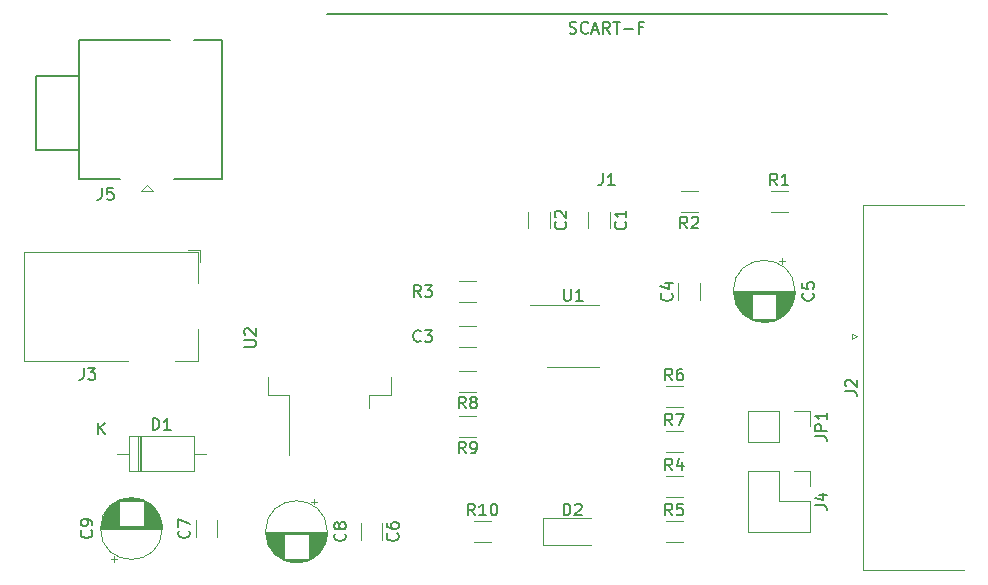
<source format=gbr>
%TF.GenerationSoftware,KiCad,Pcbnew,7.0.8*%
%TF.CreationDate,2023-10-25T20:50:05+02:00*%
%TF.ProjectId,SCART_syncSplitter,53434152-545f-4737-996e-6353706c6974,rev?*%
%TF.SameCoordinates,Original*%
%TF.FileFunction,Legend,Top*%
%TF.FilePolarity,Positive*%
%FSLAX46Y46*%
G04 Gerber Fmt 4.6, Leading zero omitted, Abs format (unit mm)*
G04 Created by KiCad (PCBNEW 7.0.8) date 2023-10-25 20:50:05*
%MOMM*%
%LPD*%
G01*
G04 APERTURE LIST*
%ADD10C,0.150000*%
%ADD11C,0.120000*%
G04 APERTURE END LIST*
D10*
X56176905Y-54904819D02*
X56176905Y-53904819D01*
X56176905Y-53904819D02*
X56415000Y-53904819D01*
X56415000Y-53904819D02*
X56557857Y-53952438D01*
X56557857Y-53952438D02*
X56653095Y-54047676D01*
X56653095Y-54047676D02*
X56700714Y-54142914D01*
X56700714Y-54142914D02*
X56748333Y-54333390D01*
X56748333Y-54333390D02*
X56748333Y-54476247D01*
X56748333Y-54476247D02*
X56700714Y-54666723D01*
X56700714Y-54666723D02*
X56653095Y-54761961D01*
X56653095Y-54761961D02*
X56557857Y-54857200D01*
X56557857Y-54857200D02*
X56415000Y-54904819D01*
X56415000Y-54904819D02*
X56176905Y-54904819D01*
X57700714Y-54904819D02*
X57129286Y-54904819D01*
X57415000Y-54904819D02*
X57415000Y-53904819D01*
X57415000Y-53904819D02*
X57319762Y-54047676D01*
X57319762Y-54047676D02*
X57224524Y-54142914D01*
X57224524Y-54142914D02*
X57129286Y-54190533D01*
X51573095Y-55274819D02*
X51573095Y-54274819D01*
X52144523Y-55274819D02*
X51715952Y-54703390D01*
X52144523Y-54274819D02*
X51573095Y-54846247D01*
X100163333Y-58324819D02*
X99830000Y-57848628D01*
X99591905Y-58324819D02*
X99591905Y-57324819D01*
X99591905Y-57324819D02*
X99972857Y-57324819D01*
X99972857Y-57324819D02*
X100068095Y-57372438D01*
X100068095Y-57372438D02*
X100115714Y-57420057D01*
X100115714Y-57420057D02*
X100163333Y-57515295D01*
X100163333Y-57515295D02*
X100163333Y-57658152D01*
X100163333Y-57658152D02*
X100115714Y-57753390D01*
X100115714Y-57753390D02*
X100068095Y-57801009D01*
X100068095Y-57801009D02*
X99972857Y-57848628D01*
X99972857Y-57848628D02*
X99591905Y-57848628D01*
X101020476Y-57658152D02*
X101020476Y-58324819D01*
X100782381Y-57277200D02*
X100544286Y-57991485D01*
X100544286Y-57991485D02*
X101163333Y-57991485D01*
X101433333Y-37834819D02*
X101100000Y-37358628D01*
X100861905Y-37834819D02*
X100861905Y-36834819D01*
X100861905Y-36834819D02*
X101242857Y-36834819D01*
X101242857Y-36834819D02*
X101338095Y-36882438D01*
X101338095Y-36882438D02*
X101385714Y-36930057D01*
X101385714Y-36930057D02*
X101433333Y-37025295D01*
X101433333Y-37025295D02*
X101433333Y-37168152D01*
X101433333Y-37168152D02*
X101385714Y-37263390D01*
X101385714Y-37263390D02*
X101338095Y-37311009D01*
X101338095Y-37311009D02*
X101242857Y-37358628D01*
X101242857Y-37358628D02*
X100861905Y-37358628D01*
X101814286Y-36930057D02*
X101861905Y-36882438D01*
X101861905Y-36882438D02*
X101957143Y-36834819D01*
X101957143Y-36834819D02*
X102195238Y-36834819D01*
X102195238Y-36834819D02*
X102290476Y-36882438D01*
X102290476Y-36882438D02*
X102338095Y-36930057D01*
X102338095Y-36930057D02*
X102385714Y-37025295D01*
X102385714Y-37025295D02*
X102385714Y-37120533D01*
X102385714Y-37120533D02*
X102338095Y-37263390D01*
X102338095Y-37263390D02*
X101766667Y-37834819D01*
X101766667Y-37834819D02*
X102385714Y-37834819D01*
X82675833Y-53074819D02*
X82342500Y-52598628D01*
X82104405Y-53074819D02*
X82104405Y-52074819D01*
X82104405Y-52074819D02*
X82485357Y-52074819D01*
X82485357Y-52074819D02*
X82580595Y-52122438D01*
X82580595Y-52122438D02*
X82628214Y-52170057D01*
X82628214Y-52170057D02*
X82675833Y-52265295D01*
X82675833Y-52265295D02*
X82675833Y-52408152D01*
X82675833Y-52408152D02*
X82628214Y-52503390D01*
X82628214Y-52503390D02*
X82580595Y-52551009D01*
X82580595Y-52551009D02*
X82485357Y-52598628D01*
X82485357Y-52598628D02*
X82104405Y-52598628D01*
X83247262Y-52503390D02*
X83152024Y-52455771D01*
X83152024Y-52455771D02*
X83104405Y-52408152D01*
X83104405Y-52408152D02*
X83056786Y-52312914D01*
X83056786Y-52312914D02*
X83056786Y-52265295D01*
X83056786Y-52265295D02*
X83104405Y-52170057D01*
X83104405Y-52170057D02*
X83152024Y-52122438D01*
X83152024Y-52122438D02*
X83247262Y-52074819D01*
X83247262Y-52074819D02*
X83437738Y-52074819D01*
X83437738Y-52074819D02*
X83532976Y-52122438D01*
X83532976Y-52122438D02*
X83580595Y-52170057D01*
X83580595Y-52170057D02*
X83628214Y-52265295D01*
X83628214Y-52265295D02*
X83628214Y-52312914D01*
X83628214Y-52312914D02*
X83580595Y-52408152D01*
X83580595Y-52408152D02*
X83532976Y-52455771D01*
X83532976Y-52455771D02*
X83437738Y-52503390D01*
X83437738Y-52503390D02*
X83247262Y-52503390D01*
X83247262Y-52503390D02*
X83152024Y-52551009D01*
X83152024Y-52551009D02*
X83104405Y-52598628D01*
X83104405Y-52598628D02*
X83056786Y-52693866D01*
X83056786Y-52693866D02*
X83056786Y-52884342D01*
X83056786Y-52884342D02*
X83104405Y-52979580D01*
X83104405Y-52979580D02*
X83152024Y-53027200D01*
X83152024Y-53027200D02*
X83247262Y-53074819D01*
X83247262Y-53074819D02*
X83437738Y-53074819D01*
X83437738Y-53074819D02*
X83532976Y-53027200D01*
X83532976Y-53027200D02*
X83580595Y-52979580D01*
X83580595Y-52979580D02*
X83628214Y-52884342D01*
X83628214Y-52884342D02*
X83628214Y-52693866D01*
X83628214Y-52693866D02*
X83580595Y-52598628D01*
X83580595Y-52598628D02*
X83532976Y-52551009D01*
X83532976Y-52551009D02*
X83437738Y-52503390D01*
X51866666Y-34414819D02*
X51866666Y-35129104D01*
X51866666Y-35129104D02*
X51819047Y-35271961D01*
X51819047Y-35271961D02*
X51723809Y-35367200D01*
X51723809Y-35367200D02*
X51580952Y-35414819D01*
X51580952Y-35414819D02*
X51485714Y-35414819D01*
X52819047Y-34414819D02*
X52342857Y-34414819D01*
X52342857Y-34414819D02*
X52295238Y-34891009D01*
X52295238Y-34891009D02*
X52342857Y-34843390D01*
X52342857Y-34843390D02*
X52438095Y-34795771D01*
X52438095Y-34795771D02*
X52676190Y-34795771D01*
X52676190Y-34795771D02*
X52771428Y-34843390D01*
X52771428Y-34843390D02*
X52819047Y-34891009D01*
X52819047Y-34891009D02*
X52866666Y-34986247D01*
X52866666Y-34986247D02*
X52866666Y-35224342D01*
X52866666Y-35224342D02*
X52819047Y-35319580D01*
X52819047Y-35319580D02*
X52771428Y-35367200D01*
X52771428Y-35367200D02*
X52676190Y-35414819D01*
X52676190Y-35414819D02*
X52438095Y-35414819D01*
X52438095Y-35414819D02*
X52342857Y-35367200D01*
X52342857Y-35367200D02*
X52295238Y-35319580D01*
X50321666Y-49654819D02*
X50321666Y-50369104D01*
X50321666Y-50369104D02*
X50274047Y-50511961D01*
X50274047Y-50511961D02*
X50178809Y-50607200D01*
X50178809Y-50607200D02*
X50035952Y-50654819D01*
X50035952Y-50654819D02*
X49940714Y-50654819D01*
X50702619Y-49654819D02*
X51321666Y-49654819D01*
X51321666Y-49654819D02*
X50988333Y-50035771D01*
X50988333Y-50035771D02*
X51131190Y-50035771D01*
X51131190Y-50035771D02*
X51226428Y-50083390D01*
X51226428Y-50083390D02*
X51274047Y-50131009D01*
X51274047Y-50131009D02*
X51321666Y-50226247D01*
X51321666Y-50226247D02*
X51321666Y-50464342D01*
X51321666Y-50464342D02*
X51274047Y-50559580D01*
X51274047Y-50559580D02*
X51226428Y-50607200D01*
X51226428Y-50607200D02*
X51131190Y-50654819D01*
X51131190Y-50654819D02*
X50845476Y-50654819D01*
X50845476Y-50654819D02*
X50750238Y-50607200D01*
X50750238Y-50607200D02*
X50702619Y-50559580D01*
X50984580Y-63416666D02*
X51032200Y-63464285D01*
X51032200Y-63464285D02*
X51079819Y-63607142D01*
X51079819Y-63607142D02*
X51079819Y-63702380D01*
X51079819Y-63702380D02*
X51032200Y-63845237D01*
X51032200Y-63845237D02*
X50936961Y-63940475D01*
X50936961Y-63940475D02*
X50841723Y-63988094D01*
X50841723Y-63988094D02*
X50651247Y-64035713D01*
X50651247Y-64035713D02*
X50508390Y-64035713D01*
X50508390Y-64035713D02*
X50317914Y-63988094D01*
X50317914Y-63988094D02*
X50222676Y-63940475D01*
X50222676Y-63940475D02*
X50127438Y-63845237D01*
X50127438Y-63845237D02*
X50079819Y-63702380D01*
X50079819Y-63702380D02*
X50079819Y-63607142D01*
X50079819Y-63607142D02*
X50127438Y-63464285D01*
X50127438Y-63464285D02*
X50175057Y-63416666D01*
X51079819Y-62940475D02*
X51079819Y-62749999D01*
X51079819Y-62749999D02*
X51032200Y-62654761D01*
X51032200Y-62654761D02*
X50984580Y-62607142D01*
X50984580Y-62607142D02*
X50841723Y-62511904D01*
X50841723Y-62511904D02*
X50651247Y-62464285D01*
X50651247Y-62464285D02*
X50270295Y-62464285D01*
X50270295Y-62464285D02*
X50175057Y-62511904D01*
X50175057Y-62511904D02*
X50127438Y-62559523D01*
X50127438Y-62559523D02*
X50079819Y-62654761D01*
X50079819Y-62654761D02*
X50079819Y-62845237D01*
X50079819Y-62845237D02*
X50127438Y-62940475D01*
X50127438Y-62940475D02*
X50175057Y-62988094D01*
X50175057Y-62988094D02*
X50270295Y-63035713D01*
X50270295Y-63035713D02*
X50508390Y-63035713D01*
X50508390Y-63035713D02*
X50603628Y-62988094D01*
X50603628Y-62988094D02*
X50651247Y-62940475D01*
X50651247Y-62940475D02*
X50698866Y-62845237D01*
X50698866Y-62845237D02*
X50698866Y-62654761D01*
X50698866Y-62654761D02*
X50651247Y-62559523D01*
X50651247Y-62559523D02*
X50603628Y-62511904D01*
X50603628Y-62511904D02*
X50508390Y-62464285D01*
X91000595Y-42964819D02*
X91000595Y-43774342D01*
X91000595Y-43774342D02*
X91048214Y-43869580D01*
X91048214Y-43869580D02*
X91095833Y-43917200D01*
X91095833Y-43917200D02*
X91191071Y-43964819D01*
X91191071Y-43964819D02*
X91381547Y-43964819D01*
X91381547Y-43964819D02*
X91476785Y-43917200D01*
X91476785Y-43917200D02*
X91524404Y-43869580D01*
X91524404Y-43869580D02*
X91572023Y-43774342D01*
X91572023Y-43774342D02*
X91572023Y-42964819D01*
X92572023Y-43964819D02*
X92000595Y-43964819D01*
X92286309Y-43964819D02*
X92286309Y-42964819D01*
X92286309Y-42964819D02*
X92191071Y-43107676D01*
X92191071Y-43107676D02*
X92095833Y-43202914D01*
X92095833Y-43202914D02*
X92000595Y-43250533D01*
X82675833Y-56884819D02*
X82342500Y-56408628D01*
X82104405Y-56884819D02*
X82104405Y-55884819D01*
X82104405Y-55884819D02*
X82485357Y-55884819D01*
X82485357Y-55884819D02*
X82580595Y-55932438D01*
X82580595Y-55932438D02*
X82628214Y-55980057D01*
X82628214Y-55980057D02*
X82675833Y-56075295D01*
X82675833Y-56075295D02*
X82675833Y-56218152D01*
X82675833Y-56218152D02*
X82628214Y-56313390D01*
X82628214Y-56313390D02*
X82580595Y-56361009D01*
X82580595Y-56361009D02*
X82485357Y-56408628D01*
X82485357Y-56408628D02*
X82104405Y-56408628D01*
X83152024Y-56884819D02*
X83342500Y-56884819D01*
X83342500Y-56884819D02*
X83437738Y-56837200D01*
X83437738Y-56837200D02*
X83485357Y-56789580D01*
X83485357Y-56789580D02*
X83580595Y-56646723D01*
X83580595Y-56646723D02*
X83628214Y-56456247D01*
X83628214Y-56456247D02*
X83628214Y-56075295D01*
X83628214Y-56075295D02*
X83580595Y-55980057D01*
X83580595Y-55980057D02*
X83532976Y-55932438D01*
X83532976Y-55932438D02*
X83437738Y-55884819D01*
X83437738Y-55884819D02*
X83247262Y-55884819D01*
X83247262Y-55884819D02*
X83152024Y-55932438D01*
X83152024Y-55932438D02*
X83104405Y-55980057D01*
X83104405Y-55980057D02*
X83056786Y-56075295D01*
X83056786Y-56075295D02*
X83056786Y-56313390D01*
X83056786Y-56313390D02*
X83104405Y-56408628D01*
X83104405Y-56408628D02*
X83152024Y-56456247D01*
X83152024Y-56456247D02*
X83247262Y-56503866D01*
X83247262Y-56503866D02*
X83437738Y-56503866D01*
X83437738Y-56503866D02*
X83532976Y-56456247D01*
X83532976Y-56456247D02*
X83580595Y-56408628D01*
X83580595Y-56408628D02*
X83628214Y-56313390D01*
X59234580Y-63436666D02*
X59282200Y-63484285D01*
X59282200Y-63484285D02*
X59329819Y-63627142D01*
X59329819Y-63627142D02*
X59329819Y-63722380D01*
X59329819Y-63722380D02*
X59282200Y-63865237D01*
X59282200Y-63865237D02*
X59186961Y-63960475D01*
X59186961Y-63960475D02*
X59091723Y-64008094D01*
X59091723Y-64008094D02*
X58901247Y-64055713D01*
X58901247Y-64055713D02*
X58758390Y-64055713D01*
X58758390Y-64055713D02*
X58567914Y-64008094D01*
X58567914Y-64008094D02*
X58472676Y-63960475D01*
X58472676Y-63960475D02*
X58377438Y-63865237D01*
X58377438Y-63865237D02*
X58329819Y-63722380D01*
X58329819Y-63722380D02*
X58329819Y-63627142D01*
X58329819Y-63627142D02*
X58377438Y-63484285D01*
X58377438Y-63484285D02*
X58425057Y-63436666D01*
X58329819Y-63103332D02*
X58329819Y-62436666D01*
X58329819Y-62436666D02*
X59329819Y-62865237D01*
X78865833Y-47349580D02*
X78818214Y-47397200D01*
X78818214Y-47397200D02*
X78675357Y-47444819D01*
X78675357Y-47444819D02*
X78580119Y-47444819D01*
X78580119Y-47444819D02*
X78437262Y-47397200D01*
X78437262Y-47397200D02*
X78342024Y-47301961D01*
X78342024Y-47301961D02*
X78294405Y-47206723D01*
X78294405Y-47206723D02*
X78246786Y-47016247D01*
X78246786Y-47016247D02*
X78246786Y-46873390D01*
X78246786Y-46873390D02*
X78294405Y-46682914D01*
X78294405Y-46682914D02*
X78342024Y-46587676D01*
X78342024Y-46587676D02*
X78437262Y-46492438D01*
X78437262Y-46492438D02*
X78580119Y-46444819D01*
X78580119Y-46444819D02*
X78675357Y-46444819D01*
X78675357Y-46444819D02*
X78818214Y-46492438D01*
X78818214Y-46492438D02*
X78865833Y-46540057D01*
X79199167Y-46444819D02*
X79818214Y-46444819D01*
X79818214Y-46444819D02*
X79484881Y-46825771D01*
X79484881Y-46825771D02*
X79627738Y-46825771D01*
X79627738Y-46825771D02*
X79722976Y-46873390D01*
X79722976Y-46873390D02*
X79770595Y-46921009D01*
X79770595Y-46921009D02*
X79818214Y-47016247D01*
X79818214Y-47016247D02*
X79818214Y-47254342D01*
X79818214Y-47254342D02*
X79770595Y-47349580D01*
X79770595Y-47349580D02*
X79722976Y-47397200D01*
X79722976Y-47397200D02*
X79627738Y-47444819D01*
X79627738Y-47444819D02*
X79342024Y-47444819D01*
X79342024Y-47444819D02*
X79246786Y-47397200D01*
X79246786Y-47397200D02*
X79199167Y-47349580D01*
X76904580Y-63666666D02*
X76952200Y-63714285D01*
X76952200Y-63714285D02*
X76999819Y-63857142D01*
X76999819Y-63857142D02*
X76999819Y-63952380D01*
X76999819Y-63952380D02*
X76952200Y-64095237D01*
X76952200Y-64095237D02*
X76856961Y-64190475D01*
X76856961Y-64190475D02*
X76761723Y-64238094D01*
X76761723Y-64238094D02*
X76571247Y-64285713D01*
X76571247Y-64285713D02*
X76428390Y-64285713D01*
X76428390Y-64285713D02*
X76237914Y-64238094D01*
X76237914Y-64238094D02*
X76142676Y-64190475D01*
X76142676Y-64190475D02*
X76047438Y-64095237D01*
X76047438Y-64095237D02*
X75999819Y-63952380D01*
X75999819Y-63952380D02*
X75999819Y-63857142D01*
X75999819Y-63857142D02*
X76047438Y-63714285D01*
X76047438Y-63714285D02*
X76095057Y-63666666D01*
X75999819Y-62809523D02*
X75999819Y-62999999D01*
X75999819Y-62999999D02*
X76047438Y-63095237D01*
X76047438Y-63095237D02*
X76095057Y-63142856D01*
X76095057Y-63142856D02*
X76237914Y-63238094D01*
X76237914Y-63238094D02*
X76428390Y-63285713D01*
X76428390Y-63285713D02*
X76809342Y-63285713D01*
X76809342Y-63285713D02*
X76904580Y-63238094D01*
X76904580Y-63238094D02*
X76952200Y-63190475D01*
X76952200Y-63190475D02*
X76999819Y-63095237D01*
X76999819Y-63095237D02*
X76999819Y-62904761D01*
X76999819Y-62904761D02*
X76952200Y-62809523D01*
X76952200Y-62809523D02*
X76904580Y-62761904D01*
X76904580Y-62761904D02*
X76809342Y-62714285D01*
X76809342Y-62714285D02*
X76571247Y-62714285D01*
X76571247Y-62714285D02*
X76476009Y-62761904D01*
X76476009Y-62761904D02*
X76428390Y-62809523D01*
X76428390Y-62809523D02*
X76380771Y-62904761D01*
X76380771Y-62904761D02*
X76380771Y-63095237D01*
X76380771Y-63095237D02*
X76428390Y-63190475D01*
X76428390Y-63190475D02*
X76476009Y-63238094D01*
X76476009Y-63238094D02*
X76571247Y-63285713D01*
X100163333Y-54514819D02*
X99830000Y-54038628D01*
X99591905Y-54514819D02*
X99591905Y-53514819D01*
X99591905Y-53514819D02*
X99972857Y-53514819D01*
X99972857Y-53514819D02*
X100068095Y-53562438D01*
X100068095Y-53562438D02*
X100115714Y-53610057D01*
X100115714Y-53610057D02*
X100163333Y-53705295D01*
X100163333Y-53705295D02*
X100163333Y-53848152D01*
X100163333Y-53848152D02*
X100115714Y-53943390D01*
X100115714Y-53943390D02*
X100068095Y-53991009D01*
X100068095Y-53991009D02*
X99972857Y-54038628D01*
X99972857Y-54038628D02*
X99591905Y-54038628D01*
X100496667Y-53514819D02*
X101163333Y-53514819D01*
X101163333Y-53514819D02*
X100734762Y-54514819D01*
X72454580Y-63686666D02*
X72502200Y-63734285D01*
X72502200Y-63734285D02*
X72549819Y-63877142D01*
X72549819Y-63877142D02*
X72549819Y-63972380D01*
X72549819Y-63972380D02*
X72502200Y-64115237D01*
X72502200Y-64115237D02*
X72406961Y-64210475D01*
X72406961Y-64210475D02*
X72311723Y-64258094D01*
X72311723Y-64258094D02*
X72121247Y-64305713D01*
X72121247Y-64305713D02*
X71978390Y-64305713D01*
X71978390Y-64305713D02*
X71787914Y-64258094D01*
X71787914Y-64258094D02*
X71692676Y-64210475D01*
X71692676Y-64210475D02*
X71597438Y-64115237D01*
X71597438Y-64115237D02*
X71549819Y-63972380D01*
X71549819Y-63972380D02*
X71549819Y-63877142D01*
X71549819Y-63877142D02*
X71597438Y-63734285D01*
X71597438Y-63734285D02*
X71645057Y-63686666D01*
X71978390Y-63115237D02*
X71930771Y-63210475D01*
X71930771Y-63210475D02*
X71883152Y-63258094D01*
X71883152Y-63258094D02*
X71787914Y-63305713D01*
X71787914Y-63305713D02*
X71740295Y-63305713D01*
X71740295Y-63305713D02*
X71645057Y-63258094D01*
X71645057Y-63258094D02*
X71597438Y-63210475D01*
X71597438Y-63210475D02*
X71549819Y-63115237D01*
X71549819Y-63115237D02*
X71549819Y-62924761D01*
X71549819Y-62924761D02*
X71597438Y-62829523D01*
X71597438Y-62829523D02*
X71645057Y-62781904D01*
X71645057Y-62781904D02*
X71740295Y-62734285D01*
X71740295Y-62734285D02*
X71787914Y-62734285D01*
X71787914Y-62734285D02*
X71883152Y-62781904D01*
X71883152Y-62781904D02*
X71930771Y-62829523D01*
X71930771Y-62829523D02*
X71978390Y-62924761D01*
X71978390Y-62924761D02*
X71978390Y-63115237D01*
X71978390Y-63115237D02*
X72026009Y-63210475D01*
X72026009Y-63210475D02*
X72073628Y-63258094D01*
X72073628Y-63258094D02*
X72168866Y-63305713D01*
X72168866Y-63305713D02*
X72359342Y-63305713D01*
X72359342Y-63305713D02*
X72454580Y-63258094D01*
X72454580Y-63258094D02*
X72502200Y-63210475D01*
X72502200Y-63210475D02*
X72549819Y-63115237D01*
X72549819Y-63115237D02*
X72549819Y-62924761D01*
X72549819Y-62924761D02*
X72502200Y-62829523D01*
X72502200Y-62829523D02*
X72454580Y-62781904D01*
X72454580Y-62781904D02*
X72359342Y-62734285D01*
X72359342Y-62734285D02*
X72168866Y-62734285D01*
X72168866Y-62734285D02*
X72073628Y-62781904D01*
X72073628Y-62781904D02*
X72026009Y-62829523D01*
X72026009Y-62829523D02*
X71978390Y-62924761D01*
X90981905Y-62134819D02*
X90981905Y-61134819D01*
X90981905Y-61134819D02*
X91220000Y-61134819D01*
X91220000Y-61134819D02*
X91362857Y-61182438D01*
X91362857Y-61182438D02*
X91458095Y-61277676D01*
X91458095Y-61277676D02*
X91505714Y-61372914D01*
X91505714Y-61372914D02*
X91553333Y-61563390D01*
X91553333Y-61563390D02*
X91553333Y-61706247D01*
X91553333Y-61706247D02*
X91505714Y-61896723D01*
X91505714Y-61896723D02*
X91458095Y-61991961D01*
X91458095Y-61991961D02*
X91362857Y-62087200D01*
X91362857Y-62087200D02*
X91220000Y-62134819D01*
X91220000Y-62134819D02*
X90981905Y-62134819D01*
X91934286Y-61230057D02*
X91981905Y-61182438D01*
X91981905Y-61182438D02*
X92077143Y-61134819D01*
X92077143Y-61134819D02*
X92315238Y-61134819D01*
X92315238Y-61134819D02*
X92410476Y-61182438D01*
X92410476Y-61182438D02*
X92458095Y-61230057D01*
X92458095Y-61230057D02*
X92505714Y-61325295D01*
X92505714Y-61325295D02*
X92505714Y-61420533D01*
X92505714Y-61420533D02*
X92458095Y-61563390D01*
X92458095Y-61563390D02*
X91886667Y-62134819D01*
X91886667Y-62134819D02*
X92505714Y-62134819D01*
X94281666Y-33173319D02*
X94281666Y-33887604D01*
X94281666Y-33887604D02*
X94234047Y-34030461D01*
X94234047Y-34030461D02*
X94138809Y-34125700D01*
X94138809Y-34125700D02*
X93995952Y-34173319D01*
X93995952Y-34173319D02*
X93900714Y-34173319D01*
X95281666Y-34173319D02*
X94710238Y-34173319D01*
X94995952Y-34173319D02*
X94995952Y-33173319D01*
X94995952Y-33173319D02*
X94900714Y-33316176D01*
X94900714Y-33316176D02*
X94805476Y-33411414D01*
X94805476Y-33411414D02*
X94710238Y-33459033D01*
X91472143Y-21298700D02*
X91615000Y-21346319D01*
X91615000Y-21346319D02*
X91853095Y-21346319D01*
X91853095Y-21346319D02*
X91948333Y-21298700D01*
X91948333Y-21298700D02*
X91995952Y-21251080D01*
X91995952Y-21251080D02*
X92043571Y-21155842D01*
X92043571Y-21155842D02*
X92043571Y-21060604D01*
X92043571Y-21060604D02*
X91995952Y-20965366D01*
X91995952Y-20965366D02*
X91948333Y-20917747D01*
X91948333Y-20917747D02*
X91853095Y-20870128D01*
X91853095Y-20870128D02*
X91662619Y-20822509D01*
X91662619Y-20822509D02*
X91567381Y-20774890D01*
X91567381Y-20774890D02*
X91519762Y-20727271D01*
X91519762Y-20727271D02*
X91472143Y-20632033D01*
X91472143Y-20632033D02*
X91472143Y-20536795D01*
X91472143Y-20536795D02*
X91519762Y-20441557D01*
X91519762Y-20441557D02*
X91567381Y-20393938D01*
X91567381Y-20393938D02*
X91662619Y-20346319D01*
X91662619Y-20346319D02*
X91900714Y-20346319D01*
X91900714Y-20346319D02*
X92043571Y-20393938D01*
X93043571Y-21251080D02*
X92995952Y-21298700D01*
X92995952Y-21298700D02*
X92853095Y-21346319D01*
X92853095Y-21346319D02*
X92757857Y-21346319D01*
X92757857Y-21346319D02*
X92615000Y-21298700D01*
X92615000Y-21298700D02*
X92519762Y-21203461D01*
X92519762Y-21203461D02*
X92472143Y-21108223D01*
X92472143Y-21108223D02*
X92424524Y-20917747D01*
X92424524Y-20917747D02*
X92424524Y-20774890D01*
X92424524Y-20774890D02*
X92472143Y-20584414D01*
X92472143Y-20584414D02*
X92519762Y-20489176D01*
X92519762Y-20489176D02*
X92615000Y-20393938D01*
X92615000Y-20393938D02*
X92757857Y-20346319D01*
X92757857Y-20346319D02*
X92853095Y-20346319D01*
X92853095Y-20346319D02*
X92995952Y-20393938D01*
X92995952Y-20393938D02*
X93043571Y-20441557D01*
X93424524Y-21060604D02*
X93900714Y-21060604D01*
X93329286Y-21346319D02*
X93662619Y-20346319D01*
X93662619Y-20346319D02*
X93995952Y-21346319D01*
X94900714Y-21346319D02*
X94567381Y-20870128D01*
X94329286Y-21346319D02*
X94329286Y-20346319D01*
X94329286Y-20346319D02*
X94710238Y-20346319D01*
X94710238Y-20346319D02*
X94805476Y-20393938D01*
X94805476Y-20393938D02*
X94853095Y-20441557D01*
X94853095Y-20441557D02*
X94900714Y-20536795D01*
X94900714Y-20536795D02*
X94900714Y-20679652D01*
X94900714Y-20679652D02*
X94853095Y-20774890D01*
X94853095Y-20774890D02*
X94805476Y-20822509D01*
X94805476Y-20822509D02*
X94710238Y-20870128D01*
X94710238Y-20870128D02*
X94329286Y-20870128D01*
X95186429Y-20346319D02*
X95757857Y-20346319D01*
X95472143Y-21346319D02*
X95472143Y-20346319D01*
X96091191Y-20965366D02*
X96853096Y-20965366D01*
X97662619Y-20822509D02*
X97329286Y-20822509D01*
X97329286Y-21346319D02*
X97329286Y-20346319D01*
X97329286Y-20346319D02*
X97805476Y-20346319D01*
X100163333Y-62134819D02*
X99830000Y-61658628D01*
X99591905Y-62134819D02*
X99591905Y-61134819D01*
X99591905Y-61134819D02*
X99972857Y-61134819D01*
X99972857Y-61134819D02*
X100068095Y-61182438D01*
X100068095Y-61182438D02*
X100115714Y-61230057D01*
X100115714Y-61230057D02*
X100163333Y-61325295D01*
X100163333Y-61325295D02*
X100163333Y-61468152D01*
X100163333Y-61468152D02*
X100115714Y-61563390D01*
X100115714Y-61563390D02*
X100068095Y-61611009D01*
X100068095Y-61611009D02*
X99972857Y-61658628D01*
X99972857Y-61658628D02*
X99591905Y-61658628D01*
X101068095Y-61134819D02*
X100591905Y-61134819D01*
X100591905Y-61134819D02*
X100544286Y-61611009D01*
X100544286Y-61611009D02*
X100591905Y-61563390D01*
X100591905Y-61563390D02*
X100687143Y-61515771D01*
X100687143Y-61515771D02*
X100925238Y-61515771D01*
X100925238Y-61515771D02*
X101020476Y-61563390D01*
X101020476Y-61563390D02*
X101068095Y-61611009D01*
X101068095Y-61611009D02*
X101115714Y-61706247D01*
X101115714Y-61706247D02*
X101115714Y-61944342D01*
X101115714Y-61944342D02*
X101068095Y-62039580D01*
X101068095Y-62039580D02*
X101020476Y-62087200D01*
X101020476Y-62087200D02*
X100925238Y-62134819D01*
X100925238Y-62134819D02*
X100687143Y-62134819D01*
X100687143Y-62134819D02*
X100591905Y-62087200D01*
X100591905Y-62087200D02*
X100544286Y-62039580D01*
X114804819Y-51638333D02*
X115519104Y-51638333D01*
X115519104Y-51638333D02*
X115661961Y-51685952D01*
X115661961Y-51685952D02*
X115757200Y-51781190D01*
X115757200Y-51781190D02*
X115804819Y-51924047D01*
X115804819Y-51924047D02*
X115804819Y-52019285D01*
X114900057Y-51209761D02*
X114852438Y-51162142D01*
X114852438Y-51162142D02*
X114804819Y-51066904D01*
X114804819Y-51066904D02*
X114804819Y-50828809D01*
X114804819Y-50828809D02*
X114852438Y-50733571D01*
X114852438Y-50733571D02*
X114900057Y-50685952D01*
X114900057Y-50685952D02*
X114995295Y-50638333D01*
X114995295Y-50638333D02*
X115090533Y-50638333D01*
X115090533Y-50638333D02*
X115233390Y-50685952D01*
X115233390Y-50685952D02*
X115804819Y-51257380D01*
X115804819Y-51257380D02*
X115804819Y-50638333D01*
X91109580Y-37289166D02*
X91157200Y-37336785D01*
X91157200Y-37336785D02*
X91204819Y-37479642D01*
X91204819Y-37479642D02*
X91204819Y-37574880D01*
X91204819Y-37574880D02*
X91157200Y-37717737D01*
X91157200Y-37717737D02*
X91061961Y-37812975D01*
X91061961Y-37812975D02*
X90966723Y-37860594D01*
X90966723Y-37860594D02*
X90776247Y-37908213D01*
X90776247Y-37908213D02*
X90633390Y-37908213D01*
X90633390Y-37908213D02*
X90442914Y-37860594D01*
X90442914Y-37860594D02*
X90347676Y-37812975D01*
X90347676Y-37812975D02*
X90252438Y-37717737D01*
X90252438Y-37717737D02*
X90204819Y-37574880D01*
X90204819Y-37574880D02*
X90204819Y-37479642D01*
X90204819Y-37479642D02*
X90252438Y-37336785D01*
X90252438Y-37336785D02*
X90300057Y-37289166D01*
X90300057Y-36908213D02*
X90252438Y-36860594D01*
X90252438Y-36860594D02*
X90204819Y-36765356D01*
X90204819Y-36765356D02*
X90204819Y-36527261D01*
X90204819Y-36527261D02*
X90252438Y-36432023D01*
X90252438Y-36432023D02*
X90300057Y-36384404D01*
X90300057Y-36384404D02*
X90395295Y-36336785D01*
X90395295Y-36336785D02*
X90490533Y-36336785D01*
X90490533Y-36336785D02*
X90633390Y-36384404D01*
X90633390Y-36384404D02*
X91204819Y-36955832D01*
X91204819Y-36955832D02*
X91204819Y-36336785D01*
X78865833Y-43634819D02*
X78532500Y-43158628D01*
X78294405Y-43634819D02*
X78294405Y-42634819D01*
X78294405Y-42634819D02*
X78675357Y-42634819D01*
X78675357Y-42634819D02*
X78770595Y-42682438D01*
X78770595Y-42682438D02*
X78818214Y-42730057D01*
X78818214Y-42730057D02*
X78865833Y-42825295D01*
X78865833Y-42825295D02*
X78865833Y-42968152D01*
X78865833Y-42968152D02*
X78818214Y-43063390D01*
X78818214Y-43063390D02*
X78770595Y-43111009D01*
X78770595Y-43111009D02*
X78675357Y-43158628D01*
X78675357Y-43158628D02*
X78294405Y-43158628D01*
X79199167Y-42634819D02*
X79818214Y-42634819D01*
X79818214Y-42634819D02*
X79484881Y-43015771D01*
X79484881Y-43015771D02*
X79627738Y-43015771D01*
X79627738Y-43015771D02*
X79722976Y-43063390D01*
X79722976Y-43063390D02*
X79770595Y-43111009D01*
X79770595Y-43111009D02*
X79818214Y-43206247D01*
X79818214Y-43206247D02*
X79818214Y-43444342D01*
X79818214Y-43444342D02*
X79770595Y-43539580D01*
X79770595Y-43539580D02*
X79722976Y-43587200D01*
X79722976Y-43587200D02*
X79627738Y-43634819D01*
X79627738Y-43634819D02*
X79342024Y-43634819D01*
X79342024Y-43634819D02*
X79246786Y-43587200D01*
X79246786Y-43587200D02*
X79199167Y-43539580D01*
X112059580Y-43326666D02*
X112107200Y-43374285D01*
X112107200Y-43374285D02*
X112154819Y-43517142D01*
X112154819Y-43517142D02*
X112154819Y-43612380D01*
X112154819Y-43612380D02*
X112107200Y-43755237D01*
X112107200Y-43755237D02*
X112011961Y-43850475D01*
X112011961Y-43850475D02*
X111916723Y-43898094D01*
X111916723Y-43898094D02*
X111726247Y-43945713D01*
X111726247Y-43945713D02*
X111583390Y-43945713D01*
X111583390Y-43945713D02*
X111392914Y-43898094D01*
X111392914Y-43898094D02*
X111297676Y-43850475D01*
X111297676Y-43850475D02*
X111202438Y-43755237D01*
X111202438Y-43755237D02*
X111154819Y-43612380D01*
X111154819Y-43612380D02*
X111154819Y-43517142D01*
X111154819Y-43517142D02*
X111202438Y-43374285D01*
X111202438Y-43374285D02*
X111250057Y-43326666D01*
X111154819Y-42421904D02*
X111154819Y-42898094D01*
X111154819Y-42898094D02*
X111631009Y-42945713D01*
X111631009Y-42945713D02*
X111583390Y-42898094D01*
X111583390Y-42898094D02*
X111535771Y-42802856D01*
X111535771Y-42802856D02*
X111535771Y-42564761D01*
X111535771Y-42564761D02*
X111583390Y-42469523D01*
X111583390Y-42469523D02*
X111631009Y-42421904D01*
X111631009Y-42421904D02*
X111726247Y-42374285D01*
X111726247Y-42374285D02*
X111964342Y-42374285D01*
X111964342Y-42374285D02*
X112059580Y-42421904D01*
X112059580Y-42421904D02*
X112107200Y-42469523D01*
X112107200Y-42469523D02*
X112154819Y-42564761D01*
X112154819Y-42564761D02*
X112154819Y-42802856D01*
X112154819Y-42802856D02*
X112107200Y-42898094D01*
X112107200Y-42898094D02*
X112059580Y-42945713D01*
X83457142Y-62134819D02*
X83123809Y-61658628D01*
X82885714Y-62134819D02*
X82885714Y-61134819D01*
X82885714Y-61134819D02*
X83266666Y-61134819D01*
X83266666Y-61134819D02*
X83361904Y-61182438D01*
X83361904Y-61182438D02*
X83409523Y-61230057D01*
X83409523Y-61230057D02*
X83457142Y-61325295D01*
X83457142Y-61325295D02*
X83457142Y-61468152D01*
X83457142Y-61468152D02*
X83409523Y-61563390D01*
X83409523Y-61563390D02*
X83361904Y-61611009D01*
X83361904Y-61611009D02*
X83266666Y-61658628D01*
X83266666Y-61658628D02*
X82885714Y-61658628D01*
X84409523Y-62134819D02*
X83838095Y-62134819D01*
X84123809Y-62134819D02*
X84123809Y-61134819D01*
X84123809Y-61134819D02*
X84028571Y-61277676D01*
X84028571Y-61277676D02*
X83933333Y-61372914D01*
X83933333Y-61372914D02*
X83838095Y-61420533D01*
X85028571Y-61134819D02*
X85123809Y-61134819D01*
X85123809Y-61134819D02*
X85219047Y-61182438D01*
X85219047Y-61182438D02*
X85266666Y-61230057D01*
X85266666Y-61230057D02*
X85314285Y-61325295D01*
X85314285Y-61325295D02*
X85361904Y-61515771D01*
X85361904Y-61515771D02*
X85361904Y-61753866D01*
X85361904Y-61753866D02*
X85314285Y-61944342D01*
X85314285Y-61944342D02*
X85266666Y-62039580D01*
X85266666Y-62039580D02*
X85219047Y-62087200D01*
X85219047Y-62087200D02*
X85123809Y-62134819D01*
X85123809Y-62134819D02*
X85028571Y-62134819D01*
X85028571Y-62134819D02*
X84933333Y-62087200D01*
X84933333Y-62087200D02*
X84885714Y-62039580D01*
X84885714Y-62039580D02*
X84838095Y-61944342D01*
X84838095Y-61944342D02*
X84790476Y-61753866D01*
X84790476Y-61753866D02*
X84790476Y-61515771D01*
X84790476Y-61515771D02*
X84838095Y-61325295D01*
X84838095Y-61325295D02*
X84885714Y-61230057D01*
X84885714Y-61230057D02*
X84933333Y-61182438D01*
X84933333Y-61182438D02*
X85028571Y-61134819D01*
X112274819Y-55443333D02*
X112989104Y-55443333D01*
X112989104Y-55443333D02*
X113131961Y-55490952D01*
X113131961Y-55490952D02*
X113227200Y-55586190D01*
X113227200Y-55586190D02*
X113274819Y-55729047D01*
X113274819Y-55729047D02*
X113274819Y-55824285D01*
X113274819Y-54967142D02*
X112274819Y-54967142D01*
X112274819Y-54967142D02*
X112274819Y-54586190D01*
X112274819Y-54586190D02*
X112322438Y-54490952D01*
X112322438Y-54490952D02*
X112370057Y-54443333D01*
X112370057Y-54443333D02*
X112465295Y-54395714D01*
X112465295Y-54395714D02*
X112608152Y-54395714D01*
X112608152Y-54395714D02*
X112703390Y-54443333D01*
X112703390Y-54443333D02*
X112751009Y-54490952D01*
X112751009Y-54490952D02*
X112798628Y-54586190D01*
X112798628Y-54586190D02*
X112798628Y-54967142D01*
X113274819Y-53443333D02*
X113274819Y-54014761D01*
X113274819Y-53729047D02*
X112274819Y-53729047D01*
X112274819Y-53729047D02*
X112417676Y-53824285D01*
X112417676Y-53824285D02*
X112512914Y-53919523D01*
X112512914Y-53919523D02*
X112560533Y-54014761D01*
X63924819Y-47866904D02*
X64734342Y-47866904D01*
X64734342Y-47866904D02*
X64829580Y-47819285D01*
X64829580Y-47819285D02*
X64877200Y-47771666D01*
X64877200Y-47771666D02*
X64924819Y-47676428D01*
X64924819Y-47676428D02*
X64924819Y-47485952D01*
X64924819Y-47485952D02*
X64877200Y-47390714D01*
X64877200Y-47390714D02*
X64829580Y-47343095D01*
X64829580Y-47343095D02*
X64734342Y-47295476D01*
X64734342Y-47295476D02*
X63924819Y-47295476D01*
X64020057Y-46866904D02*
X63972438Y-46819285D01*
X63972438Y-46819285D02*
X63924819Y-46724047D01*
X63924819Y-46724047D02*
X63924819Y-46485952D01*
X63924819Y-46485952D02*
X63972438Y-46390714D01*
X63972438Y-46390714D02*
X64020057Y-46343095D01*
X64020057Y-46343095D02*
X64115295Y-46295476D01*
X64115295Y-46295476D02*
X64210533Y-46295476D01*
X64210533Y-46295476D02*
X64353390Y-46343095D01*
X64353390Y-46343095D02*
X64924819Y-46914523D01*
X64924819Y-46914523D02*
X64924819Y-46295476D01*
X109053333Y-34194819D02*
X108720000Y-33718628D01*
X108481905Y-34194819D02*
X108481905Y-33194819D01*
X108481905Y-33194819D02*
X108862857Y-33194819D01*
X108862857Y-33194819D02*
X108958095Y-33242438D01*
X108958095Y-33242438D02*
X109005714Y-33290057D01*
X109005714Y-33290057D02*
X109053333Y-33385295D01*
X109053333Y-33385295D02*
X109053333Y-33528152D01*
X109053333Y-33528152D02*
X109005714Y-33623390D01*
X109005714Y-33623390D02*
X108958095Y-33671009D01*
X108958095Y-33671009D02*
X108862857Y-33718628D01*
X108862857Y-33718628D02*
X108481905Y-33718628D01*
X110005714Y-34194819D02*
X109434286Y-34194819D01*
X109720000Y-34194819D02*
X109720000Y-33194819D01*
X109720000Y-33194819D02*
X109624762Y-33337676D01*
X109624762Y-33337676D02*
X109529524Y-33432914D01*
X109529524Y-33432914D02*
X109434286Y-33480533D01*
X100163333Y-50704819D02*
X99830000Y-50228628D01*
X99591905Y-50704819D02*
X99591905Y-49704819D01*
X99591905Y-49704819D02*
X99972857Y-49704819D01*
X99972857Y-49704819D02*
X100068095Y-49752438D01*
X100068095Y-49752438D02*
X100115714Y-49800057D01*
X100115714Y-49800057D02*
X100163333Y-49895295D01*
X100163333Y-49895295D02*
X100163333Y-50038152D01*
X100163333Y-50038152D02*
X100115714Y-50133390D01*
X100115714Y-50133390D02*
X100068095Y-50181009D01*
X100068095Y-50181009D02*
X99972857Y-50228628D01*
X99972857Y-50228628D02*
X99591905Y-50228628D01*
X101020476Y-49704819D02*
X100830000Y-49704819D01*
X100830000Y-49704819D02*
X100734762Y-49752438D01*
X100734762Y-49752438D02*
X100687143Y-49800057D01*
X100687143Y-49800057D02*
X100591905Y-49942914D01*
X100591905Y-49942914D02*
X100544286Y-50133390D01*
X100544286Y-50133390D02*
X100544286Y-50514342D01*
X100544286Y-50514342D02*
X100591905Y-50609580D01*
X100591905Y-50609580D02*
X100639524Y-50657200D01*
X100639524Y-50657200D02*
X100734762Y-50704819D01*
X100734762Y-50704819D02*
X100925238Y-50704819D01*
X100925238Y-50704819D02*
X101020476Y-50657200D01*
X101020476Y-50657200D02*
X101068095Y-50609580D01*
X101068095Y-50609580D02*
X101115714Y-50514342D01*
X101115714Y-50514342D02*
X101115714Y-50276247D01*
X101115714Y-50276247D02*
X101068095Y-50181009D01*
X101068095Y-50181009D02*
X101020476Y-50133390D01*
X101020476Y-50133390D02*
X100925238Y-50085771D01*
X100925238Y-50085771D02*
X100734762Y-50085771D01*
X100734762Y-50085771D02*
X100639524Y-50133390D01*
X100639524Y-50133390D02*
X100591905Y-50181009D01*
X100591905Y-50181009D02*
X100544286Y-50276247D01*
X96189580Y-37289166D02*
X96237200Y-37336785D01*
X96237200Y-37336785D02*
X96284819Y-37479642D01*
X96284819Y-37479642D02*
X96284819Y-37574880D01*
X96284819Y-37574880D02*
X96237200Y-37717737D01*
X96237200Y-37717737D02*
X96141961Y-37812975D01*
X96141961Y-37812975D02*
X96046723Y-37860594D01*
X96046723Y-37860594D02*
X95856247Y-37908213D01*
X95856247Y-37908213D02*
X95713390Y-37908213D01*
X95713390Y-37908213D02*
X95522914Y-37860594D01*
X95522914Y-37860594D02*
X95427676Y-37812975D01*
X95427676Y-37812975D02*
X95332438Y-37717737D01*
X95332438Y-37717737D02*
X95284819Y-37574880D01*
X95284819Y-37574880D02*
X95284819Y-37479642D01*
X95284819Y-37479642D02*
X95332438Y-37336785D01*
X95332438Y-37336785D02*
X95380057Y-37289166D01*
X96284819Y-36336785D02*
X96284819Y-36908213D01*
X96284819Y-36622499D02*
X95284819Y-36622499D01*
X95284819Y-36622499D02*
X95427676Y-36717737D01*
X95427676Y-36717737D02*
X95522914Y-36812975D01*
X95522914Y-36812975D02*
X95570533Y-36908213D01*
X100109580Y-43346666D02*
X100157200Y-43394285D01*
X100157200Y-43394285D02*
X100204819Y-43537142D01*
X100204819Y-43537142D02*
X100204819Y-43632380D01*
X100204819Y-43632380D02*
X100157200Y-43775237D01*
X100157200Y-43775237D02*
X100061961Y-43870475D01*
X100061961Y-43870475D02*
X99966723Y-43918094D01*
X99966723Y-43918094D02*
X99776247Y-43965713D01*
X99776247Y-43965713D02*
X99633390Y-43965713D01*
X99633390Y-43965713D02*
X99442914Y-43918094D01*
X99442914Y-43918094D02*
X99347676Y-43870475D01*
X99347676Y-43870475D02*
X99252438Y-43775237D01*
X99252438Y-43775237D02*
X99204819Y-43632380D01*
X99204819Y-43632380D02*
X99204819Y-43537142D01*
X99204819Y-43537142D02*
X99252438Y-43394285D01*
X99252438Y-43394285D02*
X99300057Y-43346666D01*
X99538152Y-42489523D02*
X100204819Y-42489523D01*
X99157200Y-42727618D02*
X99871485Y-42965713D01*
X99871485Y-42965713D02*
X99871485Y-42346666D01*
X112274819Y-61293333D02*
X112989104Y-61293333D01*
X112989104Y-61293333D02*
X113131961Y-61340952D01*
X113131961Y-61340952D02*
X113227200Y-61436190D01*
X113227200Y-61436190D02*
X113274819Y-61579047D01*
X113274819Y-61579047D02*
X113274819Y-61674285D01*
X112608152Y-60388571D02*
X113274819Y-60388571D01*
X112227200Y-60626666D02*
X112941485Y-60864761D01*
X112941485Y-60864761D02*
X112941485Y-60245714D01*
D11*
%TO.C,D1*%
X53175000Y-56920000D02*
X54195000Y-56920000D01*
X54195000Y-55450000D02*
X54195000Y-58390000D01*
X54195000Y-58390000D02*
X59635000Y-58390000D01*
X54975000Y-55450000D02*
X54975000Y-58390000D01*
X55095000Y-55450000D02*
X55095000Y-58390000D01*
X55215000Y-55450000D02*
X55215000Y-58390000D01*
X59635000Y-55450000D02*
X54195000Y-55450000D01*
X59635000Y-58390000D02*
X59635000Y-55450000D01*
X60655000Y-56920000D02*
X59635000Y-56920000D01*
%TO.C,R4*%
X99602936Y-58780000D02*
X101057064Y-58780000D01*
X99602936Y-60600000D02*
X101057064Y-60600000D01*
%TO.C,R2*%
X102327064Y-36470000D02*
X100872936Y-36470000D01*
X102327064Y-34650000D02*
X100872936Y-34650000D01*
%TO.C,R8*%
X83569564Y-51710000D02*
X82115436Y-51710000D01*
X83569564Y-49890000D02*
X82115436Y-49890000D01*
D10*
%TO.C,J5*%
X46300000Y-24960000D02*
X46300000Y-31160000D01*
X46300000Y-31160000D02*
X49900000Y-31160000D01*
X49900000Y-21860000D02*
X57650000Y-21860000D01*
X49900000Y-24960000D02*
X46300000Y-24960000D01*
X49900000Y-33660000D02*
X49900000Y-21860000D01*
X53450000Y-33660000D02*
X49900000Y-33660000D01*
D11*
X55200000Y-34710000D02*
X56200000Y-34710000D01*
X55700000Y-34160000D02*
X55200000Y-34710000D01*
X56200000Y-34710000D02*
X55700000Y-34160000D01*
D10*
X59650000Y-21860000D02*
X62050000Y-21860000D01*
X61700000Y-33660000D02*
X57950000Y-33660000D01*
X61700000Y-33660000D02*
X62050000Y-33660000D01*
X62050000Y-21860000D02*
X62050000Y-33660000D01*
D11*
%TO.C,J3*%
X45305000Y-39850000D02*
X60005000Y-39850000D01*
X45305000Y-49050000D02*
X45305000Y-39850000D01*
X54105000Y-49050000D02*
X45305000Y-49050000D01*
X59155000Y-39650000D02*
X60205000Y-39650000D01*
X60005000Y-39850000D02*
X60005000Y-42450000D01*
X60005000Y-46350000D02*
X60005000Y-49050000D01*
X60005000Y-49050000D02*
X58105000Y-49050000D01*
X60205000Y-40700000D02*
X60205000Y-39650000D01*
%TO.C,C9*%
X52900000Y-66054775D02*
X52900000Y-65554775D01*
X52650000Y-65804775D02*
X53150000Y-65804775D01*
X51795000Y-63250000D02*
X56955000Y-63250000D01*
X51795000Y-63210000D02*
X56955000Y-63210000D01*
X51796000Y-63170000D02*
X56954000Y-63170000D01*
X51797000Y-63130000D02*
X56953000Y-63130000D01*
X51799000Y-63090000D02*
X56951000Y-63090000D01*
X51802000Y-63050000D02*
X56948000Y-63050000D01*
X51806000Y-63010000D02*
X53335000Y-63010000D01*
X55415000Y-63010000D02*
X56944000Y-63010000D01*
X51810000Y-62970000D02*
X53335000Y-62970000D01*
X55415000Y-62970000D02*
X56940000Y-62970000D01*
X51814000Y-62930000D02*
X53335000Y-62930000D01*
X55415000Y-62930000D02*
X56936000Y-62930000D01*
X51819000Y-62890000D02*
X53335000Y-62890000D01*
X55415000Y-62890000D02*
X56931000Y-62890000D01*
X51825000Y-62850000D02*
X53335000Y-62850000D01*
X55415000Y-62850000D02*
X56925000Y-62850000D01*
X51832000Y-62810000D02*
X53335000Y-62810000D01*
X55415000Y-62810000D02*
X56918000Y-62810000D01*
X51839000Y-62770000D02*
X53335000Y-62770000D01*
X55415000Y-62770000D02*
X56911000Y-62770000D01*
X51847000Y-62730000D02*
X53335000Y-62730000D01*
X55415000Y-62730000D02*
X56903000Y-62730000D01*
X51855000Y-62690000D02*
X53335000Y-62690000D01*
X55415000Y-62690000D02*
X56895000Y-62690000D01*
X51864000Y-62650000D02*
X53335000Y-62650000D01*
X55415000Y-62650000D02*
X56886000Y-62650000D01*
X51874000Y-62610000D02*
X53335000Y-62610000D01*
X55415000Y-62610000D02*
X56876000Y-62610000D01*
X51884000Y-62570000D02*
X53335000Y-62570000D01*
X55415000Y-62570000D02*
X56866000Y-62570000D01*
X51895000Y-62529000D02*
X53335000Y-62529000D01*
X55415000Y-62529000D02*
X56855000Y-62529000D01*
X51907000Y-62489000D02*
X53335000Y-62489000D01*
X55415000Y-62489000D02*
X56843000Y-62489000D01*
X51920000Y-62449000D02*
X53335000Y-62449000D01*
X55415000Y-62449000D02*
X56830000Y-62449000D01*
X51933000Y-62409000D02*
X53335000Y-62409000D01*
X55415000Y-62409000D02*
X56817000Y-62409000D01*
X51947000Y-62369000D02*
X53335000Y-62369000D01*
X55415000Y-62369000D02*
X56803000Y-62369000D01*
X51961000Y-62329000D02*
X53335000Y-62329000D01*
X55415000Y-62329000D02*
X56789000Y-62329000D01*
X51977000Y-62289000D02*
X53335000Y-62289000D01*
X55415000Y-62289000D02*
X56773000Y-62289000D01*
X51993000Y-62249000D02*
X53335000Y-62249000D01*
X55415000Y-62249000D02*
X56757000Y-62249000D01*
X52010000Y-62209000D02*
X53335000Y-62209000D01*
X55415000Y-62209000D02*
X56740000Y-62209000D01*
X52027000Y-62169000D02*
X53335000Y-62169000D01*
X55415000Y-62169000D02*
X56723000Y-62169000D01*
X52046000Y-62129000D02*
X53335000Y-62129000D01*
X55415000Y-62129000D02*
X56704000Y-62129000D01*
X52065000Y-62089000D02*
X53335000Y-62089000D01*
X55415000Y-62089000D02*
X56685000Y-62089000D01*
X52085000Y-62049000D02*
X53335000Y-62049000D01*
X55415000Y-62049000D02*
X56665000Y-62049000D01*
X52107000Y-62009000D02*
X53335000Y-62009000D01*
X55415000Y-62009000D02*
X56643000Y-62009000D01*
X52128000Y-61969000D02*
X53335000Y-61969000D01*
X55415000Y-61969000D02*
X56622000Y-61969000D01*
X52151000Y-61929000D02*
X53335000Y-61929000D01*
X55415000Y-61929000D02*
X56599000Y-61929000D01*
X52175000Y-61889000D02*
X53335000Y-61889000D01*
X55415000Y-61889000D02*
X56575000Y-61889000D01*
X52200000Y-61849000D02*
X53335000Y-61849000D01*
X55415000Y-61849000D02*
X56550000Y-61849000D01*
X52226000Y-61809000D02*
X53335000Y-61809000D01*
X55415000Y-61809000D02*
X56524000Y-61809000D01*
X52253000Y-61769000D02*
X53335000Y-61769000D01*
X55415000Y-61769000D02*
X56497000Y-61769000D01*
X52280000Y-61729000D02*
X53335000Y-61729000D01*
X55415000Y-61729000D02*
X56470000Y-61729000D01*
X52310000Y-61689000D02*
X53335000Y-61689000D01*
X55415000Y-61689000D02*
X56440000Y-61689000D01*
X52340000Y-61649000D02*
X53335000Y-61649000D01*
X55415000Y-61649000D02*
X56410000Y-61649000D01*
X52371000Y-61609000D02*
X53335000Y-61609000D01*
X55415000Y-61609000D02*
X56379000Y-61609000D01*
X52404000Y-61569000D02*
X53335000Y-61569000D01*
X55415000Y-61569000D02*
X56346000Y-61569000D01*
X52438000Y-61529000D02*
X53335000Y-61529000D01*
X55415000Y-61529000D02*
X56312000Y-61529000D01*
X52474000Y-61489000D02*
X53335000Y-61489000D01*
X55415000Y-61489000D02*
X56276000Y-61489000D01*
X52511000Y-61449000D02*
X53335000Y-61449000D01*
X55415000Y-61449000D02*
X56239000Y-61449000D01*
X52549000Y-61409000D02*
X53335000Y-61409000D01*
X55415000Y-61409000D02*
X56201000Y-61409000D01*
X52590000Y-61369000D02*
X53335000Y-61369000D01*
X55415000Y-61369000D02*
X56160000Y-61369000D01*
X52632000Y-61329000D02*
X53335000Y-61329000D01*
X55415000Y-61329000D02*
X56118000Y-61329000D01*
X52676000Y-61289000D02*
X53335000Y-61289000D01*
X55415000Y-61289000D02*
X56074000Y-61289000D01*
X52722000Y-61249000D02*
X53335000Y-61249000D01*
X55415000Y-61249000D02*
X56028000Y-61249000D01*
X52770000Y-61209000D02*
X53335000Y-61209000D01*
X55415000Y-61209000D02*
X55980000Y-61209000D01*
X52821000Y-61169000D02*
X53335000Y-61169000D01*
X55415000Y-61169000D02*
X55929000Y-61169000D01*
X52875000Y-61129000D02*
X53335000Y-61129000D01*
X55415000Y-61129000D02*
X55875000Y-61129000D01*
X52932000Y-61089000D02*
X53335000Y-61089000D01*
X55415000Y-61089000D02*
X55818000Y-61089000D01*
X52992000Y-61049000D02*
X53335000Y-61049000D01*
X55415000Y-61049000D02*
X55758000Y-61049000D01*
X53056000Y-61009000D02*
X53335000Y-61009000D01*
X55415000Y-61009000D02*
X55694000Y-61009000D01*
X53124000Y-60969000D02*
X53335000Y-60969000D01*
X55415000Y-60969000D02*
X55626000Y-60969000D01*
X53197000Y-60929000D02*
X55553000Y-60929000D01*
X53277000Y-60889000D02*
X55473000Y-60889000D01*
X53364000Y-60849000D02*
X55386000Y-60849000D01*
X53460000Y-60809000D02*
X55290000Y-60809000D01*
X53570000Y-60769000D02*
X55180000Y-60769000D01*
X53698000Y-60729000D02*
X55052000Y-60729000D01*
X53857000Y-60689000D02*
X54893000Y-60689000D01*
X54091000Y-60649000D02*
X54659000Y-60649000D01*
X56995000Y-63250000D02*
G75*
G03*
X56995000Y-63250000I-2620000J0D01*
G01*
%TO.C,U1*%
X91762500Y-44350000D02*
X88162500Y-44350000D01*
X91762500Y-44350000D02*
X93962500Y-44350000D01*
X91762500Y-49570000D02*
X89562500Y-49570000D01*
X91762500Y-49570000D02*
X93962500Y-49570000D01*
%TO.C,R9*%
X83569564Y-55520000D02*
X82115436Y-55520000D01*
X83569564Y-53700000D02*
X82115436Y-53700000D01*
%TO.C,C7*%
X59815000Y-63981252D02*
X59815000Y-62558748D01*
X61635000Y-63981252D02*
X61635000Y-62558748D01*
%TO.C,C3*%
X82131248Y-46080000D02*
X83553752Y-46080000D01*
X82131248Y-47900000D02*
X83553752Y-47900000D01*
%TO.C,C6*%
X75605000Y-62788748D02*
X75605000Y-64211252D01*
X73785000Y-62788748D02*
X73785000Y-64211252D01*
%TO.C,R7*%
X99602936Y-54970000D02*
X101057064Y-54970000D01*
X99602936Y-56790000D02*
X101057064Y-56790000D01*
%TO.C,C8*%
X69820000Y-60715225D02*
X69820000Y-61215225D01*
X70070000Y-60965225D02*
X69570000Y-60965225D01*
X70925000Y-63520000D02*
X65765000Y-63520000D01*
X70925000Y-63560000D02*
X65765000Y-63560000D01*
X70924000Y-63600000D02*
X65766000Y-63600000D01*
X70923000Y-63640000D02*
X65767000Y-63640000D01*
X70921000Y-63680000D02*
X65769000Y-63680000D01*
X70918000Y-63720000D02*
X65772000Y-63720000D01*
X70914000Y-63760000D02*
X69385000Y-63760000D01*
X67305000Y-63760000D02*
X65776000Y-63760000D01*
X70910000Y-63800000D02*
X69385000Y-63800000D01*
X67305000Y-63800000D02*
X65780000Y-63800000D01*
X70906000Y-63840000D02*
X69385000Y-63840000D01*
X67305000Y-63840000D02*
X65784000Y-63840000D01*
X70901000Y-63880000D02*
X69385000Y-63880000D01*
X67305000Y-63880000D02*
X65789000Y-63880000D01*
X70895000Y-63920000D02*
X69385000Y-63920000D01*
X67305000Y-63920000D02*
X65795000Y-63920000D01*
X70888000Y-63960000D02*
X69385000Y-63960000D01*
X67305000Y-63960000D02*
X65802000Y-63960000D01*
X70881000Y-64000000D02*
X69385000Y-64000000D01*
X67305000Y-64000000D02*
X65809000Y-64000000D01*
X70873000Y-64040000D02*
X69385000Y-64040000D01*
X67305000Y-64040000D02*
X65817000Y-64040000D01*
X70865000Y-64080000D02*
X69385000Y-64080000D01*
X67305000Y-64080000D02*
X65825000Y-64080000D01*
X70856000Y-64120000D02*
X69385000Y-64120000D01*
X67305000Y-64120000D02*
X65834000Y-64120000D01*
X70846000Y-64160000D02*
X69385000Y-64160000D01*
X67305000Y-64160000D02*
X65844000Y-64160000D01*
X70836000Y-64200000D02*
X69385000Y-64200000D01*
X67305000Y-64200000D02*
X65854000Y-64200000D01*
X70825000Y-64241000D02*
X69385000Y-64241000D01*
X67305000Y-64241000D02*
X65865000Y-64241000D01*
X70813000Y-64281000D02*
X69385000Y-64281000D01*
X67305000Y-64281000D02*
X65877000Y-64281000D01*
X70800000Y-64321000D02*
X69385000Y-64321000D01*
X67305000Y-64321000D02*
X65890000Y-64321000D01*
X70787000Y-64361000D02*
X69385000Y-64361000D01*
X67305000Y-64361000D02*
X65903000Y-64361000D01*
X70773000Y-64401000D02*
X69385000Y-64401000D01*
X67305000Y-64401000D02*
X65917000Y-64401000D01*
X70759000Y-64441000D02*
X69385000Y-64441000D01*
X67305000Y-64441000D02*
X65931000Y-64441000D01*
X70743000Y-64481000D02*
X69385000Y-64481000D01*
X67305000Y-64481000D02*
X65947000Y-64481000D01*
X70727000Y-64521000D02*
X69385000Y-64521000D01*
X67305000Y-64521000D02*
X65963000Y-64521000D01*
X70710000Y-64561000D02*
X69385000Y-64561000D01*
X67305000Y-64561000D02*
X65980000Y-64561000D01*
X70693000Y-64601000D02*
X69385000Y-64601000D01*
X67305000Y-64601000D02*
X65997000Y-64601000D01*
X70674000Y-64641000D02*
X69385000Y-64641000D01*
X67305000Y-64641000D02*
X66016000Y-64641000D01*
X70655000Y-64681000D02*
X69385000Y-64681000D01*
X67305000Y-64681000D02*
X66035000Y-64681000D01*
X70635000Y-64721000D02*
X69385000Y-64721000D01*
X67305000Y-64721000D02*
X66055000Y-64721000D01*
X70613000Y-64761000D02*
X69385000Y-64761000D01*
X67305000Y-64761000D02*
X66077000Y-64761000D01*
X70592000Y-64801000D02*
X69385000Y-64801000D01*
X67305000Y-64801000D02*
X66098000Y-64801000D01*
X70569000Y-64841000D02*
X69385000Y-64841000D01*
X67305000Y-64841000D02*
X66121000Y-64841000D01*
X70545000Y-64881000D02*
X69385000Y-64881000D01*
X67305000Y-64881000D02*
X66145000Y-64881000D01*
X70520000Y-64921000D02*
X69385000Y-64921000D01*
X67305000Y-64921000D02*
X66170000Y-64921000D01*
X70494000Y-64961000D02*
X69385000Y-64961000D01*
X67305000Y-64961000D02*
X66196000Y-64961000D01*
X70467000Y-65001000D02*
X69385000Y-65001000D01*
X67305000Y-65001000D02*
X66223000Y-65001000D01*
X70440000Y-65041000D02*
X69385000Y-65041000D01*
X67305000Y-65041000D02*
X66250000Y-65041000D01*
X70410000Y-65081000D02*
X69385000Y-65081000D01*
X67305000Y-65081000D02*
X66280000Y-65081000D01*
X70380000Y-65121000D02*
X69385000Y-65121000D01*
X67305000Y-65121000D02*
X66310000Y-65121000D01*
X70349000Y-65161000D02*
X69385000Y-65161000D01*
X67305000Y-65161000D02*
X66341000Y-65161000D01*
X70316000Y-65201000D02*
X69385000Y-65201000D01*
X67305000Y-65201000D02*
X66374000Y-65201000D01*
X70282000Y-65241000D02*
X69385000Y-65241000D01*
X67305000Y-65241000D02*
X66408000Y-65241000D01*
X70246000Y-65281000D02*
X69385000Y-65281000D01*
X67305000Y-65281000D02*
X66444000Y-65281000D01*
X70209000Y-65321000D02*
X69385000Y-65321000D01*
X67305000Y-65321000D02*
X66481000Y-65321000D01*
X70171000Y-65361000D02*
X69385000Y-65361000D01*
X67305000Y-65361000D02*
X66519000Y-65361000D01*
X70130000Y-65401000D02*
X69385000Y-65401000D01*
X67305000Y-65401000D02*
X66560000Y-65401000D01*
X70088000Y-65441000D02*
X69385000Y-65441000D01*
X67305000Y-65441000D02*
X66602000Y-65441000D01*
X70044000Y-65481000D02*
X69385000Y-65481000D01*
X67305000Y-65481000D02*
X66646000Y-65481000D01*
X69998000Y-65521000D02*
X69385000Y-65521000D01*
X67305000Y-65521000D02*
X66692000Y-65521000D01*
X69950000Y-65561000D02*
X69385000Y-65561000D01*
X67305000Y-65561000D02*
X66740000Y-65561000D01*
X69899000Y-65601000D02*
X69385000Y-65601000D01*
X67305000Y-65601000D02*
X66791000Y-65601000D01*
X69845000Y-65641000D02*
X69385000Y-65641000D01*
X67305000Y-65641000D02*
X66845000Y-65641000D01*
X69788000Y-65681000D02*
X69385000Y-65681000D01*
X67305000Y-65681000D02*
X66902000Y-65681000D01*
X69728000Y-65721000D02*
X69385000Y-65721000D01*
X67305000Y-65721000D02*
X66962000Y-65721000D01*
X69664000Y-65761000D02*
X69385000Y-65761000D01*
X67305000Y-65761000D02*
X67026000Y-65761000D01*
X69596000Y-65801000D02*
X69385000Y-65801000D01*
X67305000Y-65801000D02*
X67094000Y-65801000D01*
X69523000Y-65841000D02*
X67167000Y-65841000D01*
X69443000Y-65881000D02*
X67247000Y-65881000D01*
X69356000Y-65921000D02*
X67334000Y-65921000D01*
X69260000Y-65961000D02*
X67430000Y-65961000D01*
X69150000Y-66001000D02*
X67540000Y-66001000D01*
X69022000Y-66041000D02*
X67668000Y-66041000D01*
X68863000Y-66081000D02*
X67827000Y-66081000D01*
X68629000Y-66121000D02*
X68061000Y-66121000D01*
X70965000Y-63520000D02*
G75*
G03*
X70965000Y-63520000I-2620000J0D01*
G01*
%TO.C,D2*%
X89260000Y-62365000D02*
X89260000Y-64635000D01*
X89260000Y-64635000D02*
X93320000Y-64635000D01*
X93320000Y-62365000D02*
X89260000Y-62365000D01*
D10*
%TO.C,J1*%
X70915000Y-19700000D02*
X118315000Y-19700000D01*
D11*
%TO.C,R5*%
X99602936Y-62590000D02*
X101057064Y-62590000D01*
X99602936Y-64410000D02*
X101057064Y-64410000D01*
%TO.C,J2*%
X116290000Y-66790000D02*
X116290000Y-35820000D01*
X124890000Y-66790000D02*
X116290000Y-66790000D01*
X115395662Y-47240000D02*
X115395662Y-46740000D01*
X115828675Y-46990000D02*
X115395662Y-47240000D01*
X115395662Y-46740000D02*
X115828675Y-46990000D01*
X116290000Y-35820000D02*
X124890000Y-35820000D01*
%TO.C,C2*%
X89810000Y-36411248D02*
X89810000Y-37833752D01*
X87990000Y-36411248D02*
X87990000Y-37833752D01*
%TO.C,R3*%
X82115436Y-42270000D02*
X83569564Y-42270000D01*
X82115436Y-44090000D02*
X83569564Y-44090000D01*
%TO.C,C5*%
X109425000Y-40355225D02*
X109425000Y-40855225D01*
X109675000Y-40605225D02*
X109175000Y-40605225D01*
X110530000Y-43160000D02*
X105370000Y-43160000D01*
X110530000Y-43200000D02*
X105370000Y-43200000D01*
X110529000Y-43240000D02*
X105371000Y-43240000D01*
X110528000Y-43280000D02*
X105372000Y-43280000D01*
X110526000Y-43320000D02*
X105374000Y-43320000D01*
X110523000Y-43360000D02*
X105377000Y-43360000D01*
X110519000Y-43400000D02*
X108990000Y-43400000D01*
X106910000Y-43400000D02*
X105381000Y-43400000D01*
X110515000Y-43440000D02*
X108990000Y-43440000D01*
X106910000Y-43440000D02*
X105385000Y-43440000D01*
X110511000Y-43480000D02*
X108990000Y-43480000D01*
X106910000Y-43480000D02*
X105389000Y-43480000D01*
X110506000Y-43520000D02*
X108990000Y-43520000D01*
X106910000Y-43520000D02*
X105394000Y-43520000D01*
X110500000Y-43560000D02*
X108990000Y-43560000D01*
X106910000Y-43560000D02*
X105400000Y-43560000D01*
X110493000Y-43600000D02*
X108990000Y-43600000D01*
X106910000Y-43600000D02*
X105407000Y-43600000D01*
X110486000Y-43640000D02*
X108990000Y-43640000D01*
X106910000Y-43640000D02*
X105414000Y-43640000D01*
X110478000Y-43680000D02*
X108990000Y-43680000D01*
X106910000Y-43680000D02*
X105422000Y-43680000D01*
X110470000Y-43720000D02*
X108990000Y-43720000D01*
X106910000Y-43720000D02*
X105430000Y-43720000D01*
X110461000Y-43760000D02*
X108990000Y-43760000D01*
X106910000Y-43760000D02*
X105439000Y-43760000D01*
X110451000Y-43800000D02*
X108990000Y-43800000D01*
X106910000Y-43800000D02*
X105449000Y-43800000D01*
X110441000Y-43840000D02*
X108990000Y-43840000D01*
X106910000Y-43840000D02*
X105459000Y-43840000D01*
X110430000Y-43881000D02*
X108990000Y-43881000D01*
X106910000Y-43881000D02*
X105470000Y-43881000D01*
X110418000Y-43921000D02*
X108990000Y-43921000D01*
X106910000Y-43921000D02*
X105482000Y-43921000D01*
X110405000Y-43961000D02*
X108990000Y-43961000D01*
X106910000Y-43961000D02*
X105495000Y-43961000D01*
X110392000Y-44001000D02*
X108990000Y-44001000D01*
X106910000Y-44001000D02*
X105508000Y-44001000D01*
X110378000Y-44041000D02*
X108990000Y-44041000D01*
X106910000Y-44041000D02*
X105522000Y-44041000D01*
X110364000Y-44081000D02*
X108990000Y-44081000D01*
X106910000Y-44081000D02*
X105536000Y-44081000D01*
X110348000Y-44121000D02*
X108990000Y-44121000D01*
X106910000Y-44121000D02*
X105552000Y-44121000D01*
X110332000Y-44161000D02*
X108990000Y-44161000D01*
X106910000Y-44161000D02*
X105568000Y-44161000D01*
X110315000Y-44201000D02*
X108990000Y-44201000D01*
X106910000Y-44201000D02*
X105585000Y-44201000D01*
X110298000Y-44241000D02*
X108990000Y-44241000D01*
X106910000Y-44241000D02*
X105602000Y-44241000D01*
X110279000Y-44281000D02*
X108990000Y-44281000D01*
X106910000Y-44281000D02*
X105621000Y-44281000D01*
X110260000Y-44321000D02*
X108990000Y-44321000D01*
X106910000Y-44321000D02*
X105640000Y-44321000D01*
X110240000Y-44361000D02*
X108990000Y-44361000D01*
X106910000Y-44361000D02*
X105660000Y-44361000D01*
X110218000Y-44401000D02*
X108990000Y-44401000D01*
X106910000Y-44401000D02*
X105682000Y-44401000D01*
X110197000Y-44441000D02*
X108990000Y-44441000D01*
X106910000Y-44441000D02*
X105703000Y-44441000D01*
X110174000Y-44481000D02*
X108990000Y-44481000D01*
X106910000Y-44481000D02*
X105726000Y-44481000D01*
X110150000Y-44521000D02*
X108990000Y-44521000D01*
X106910000Y-44521000D02*
X105750000Y-44521000D01*
X110125000Y-44561000D02*
X108990000Y-44561000D01*
X106910000Y-44561000D02*
X105775000Y-44561000D01*
X110099000Y-44601000D02*
X108990000Y-44601000D01*
X106910000Y-44601000D02*
X105801000Y-44601000D01*
X110072000Y-44641000D02*
X108990000Y-44641000D01*
X106910000Y-44641000D02*
X105828000Y-44641000D01*
X110045000Y-44681000D02*
X108990000Y-44681000D01*
X106910000Y-44681000D02*
X105855000Y-44681000D01*
X110015000Y-44721000D02*
X108990000Y-44721000D01*
X106910000Y-44721000D02*
X105885000Y-44721000D01*
X109985000Y-44761000D02*
X108990000Y-44761000D01*
X106910000Y-44761000D02*
X105915000Y-44761000D01*
X109954000Y-44801000D02*
X108990000Y-44801000D01*
X106910000Y-44801000D02*
X105946000Y-44801000D01*
X109921000Y-44841000D02*
X108990000Y-44841000D01*
X106910000Y-44841000D02*
X105979000Y-44841000D01*
X109887000Y-44881000D02*
X108990000Y-44881000D01*
X106910000Y-44881000D02*
X106013000Y-44881000D01*
X109851000Y-44921000D02*
X108990000Y-44921000D01*
X106910000Y-44921000D02*
X106049000Y-44921000D01*
X109814000Y-44961000D02*
X108990000Y-44961000D01*
X106910000Y-44961000D02*
X106086000Y-44961000D01*
X109776000Y-45001000D02*
X108990000Y-45001000D01*
X106910000Y-45001000D02*
X106124000Y-45001000D01*
X109735000Y-45041000D02*
X108990000Y-45041000D01*
X106910000Y-45041000D02*
X106165000Y-45041000D01*
X109693000Y-45081000D02*
X108990000Y-45081000D01*
X106910000Y-45081000D02*
X106207000Y-45081000D01*
X109649000Y-45121000D02*
X108990000Y-45121000D01*
X106910000Y-45121000D02*
X106251000Y-45121000D01*
X109603000Y-45161000D02*
X108990000Y-45161000D01*
X106910000Y-45161000D02*
X106297000Y-45161000D01*
X109555000Y-45201000D02*
X108990000Y-45201000D01*
X106910000Y-45201000D02*
X106345000Y-45201000D01*
X109504000Y-45241000D02*
X108990000Y-45241000D01*
X106910000Y-45241000D02*
X106396000Y-45241000D01*
X109450000Y-45281000D02*
X108990000Y-45281000D01*
X106910000Y-45281000D02*
X106450000Y-45281000D01*
X109393000Y-45321000D02*
X108990000Y-45321000D01*
X106910000Y-45321000D02*
X106507000Y-45321000D01*
X109333000Y-45361000D02*
X108990000Y-45361000D01*
X106910000Y-45361000D02*
X106567000Y-45361000D01*
X109269000Y-45401000D02*
X108990000Y-45401000D01*
X106910000Y-45401000D02*
X106631000Y-45401000D01*
X109201000Y-45441000D02*
X108990000Y-45441000D01*
X106910000Y-45441000D02*
X106699000Y-45441000D01*
X109128000Y-45481000D02*
X106772000Y-45481000D01*
X109048000Y-45521000D02*
X106852000Y-45521000D01*
X108961000Y-45561000D02*
X106939000Y-45561000D01*
X108865000Y-45601000D02*
X107035000Y-45601000D01*
X108755000Y-45641000D02*
X107145000Y-45641000D01*
X108627000Y-45681000D02*
X107273000Y-45681000D01*
X108468000Y-45721000D02*
X107432000Y-45721000D01*
X108234000Y-45761000D02*
X107666000Y-45761000D01*
X110570000Y-43160000D02*
G75*
G03*
X110570000Y-43160000I-2620000J0D01*
G01*
%TO.C,R10*%
X83372936Y-62590000D02*
X84827064Y-62590000D01*
X83372936Y-64410000D02*
X84827064Y-64410000D01*
%TO.C,JP1*%
X111820000Y-53280000D02*
X111820000Y-54610000D01*
X110490000Y-53280000D02*
X111820000Y-53280000D01*
X109220000Y-53280000D02*
X106620000Y-53280000D01*
X109220000Y-53280000D02*
X109220000Y-55940000D01*
X106620000Y-53280000D02*
X106620000Y-55940000D01*
X109220000Y-55940000D02*
X106620000Y-55940000D01*
%TO.C,U2*%
X65920000Y-51930000D02*
X67730000Y-51930000D01*
X67730000Y-51930000D02*
X67730000Y-57055000D01*
X74510000Y-51930000D02*
X74510000Y-53030000D01*
X76320000Y-51930000D02*
X74510000Y-51930000D01*
X65920000Y-50430000D02*
X65920000Y-51930000D01*
X76320000Y-50430000D02*
X76320000Y-51930000D01*
%TO.C,R1*%
X108492936Y-34650000D02*
X109947064Y-34650000D01*
X108492936Y-36470000D02*
X109947064Y-36470000D01*
%TO.C,R6*%
X99602936Y-51160000D02*
X101057064Y-51160000D01*
X99602936Y-52980000D02*
X101057064Y-52980000D01*
%TO.C,C1*%
X94890000Y-36411248D02*
X94890000Y-37833752D01*
X93070000Y-36411248D02*
X93070000Y-37833752D01*
%TO.C,C4*%
X100690000Y-43891252D02*
X100690000Y-42468748D01*
X102510000Y-43891252D02*
X102510000Y-42468748D01*
%TO.C,J4*%
X111820000Y-58360000D02*
X111820000Y-59690000D01*
X110490000Y-58360000D02*
X111820000Y-58360000D01*
X109220000Y-58360000D02*
X106620000Y-58360000D01*
X109220000Y-58360000D02*
X109220000Y-60960000D01*
X106620000Y-58360000D02*
X106620000Y-63560000D01*
X111820000Y-60960000D02*
X111820000Y-63560000D01*
X109220000Y-60960000D02*
X111820000Y-60960000D01*
X111820000Y-63560000D02*
X106620000Y-63560000D01*
%TD*%
M02*

</source>
